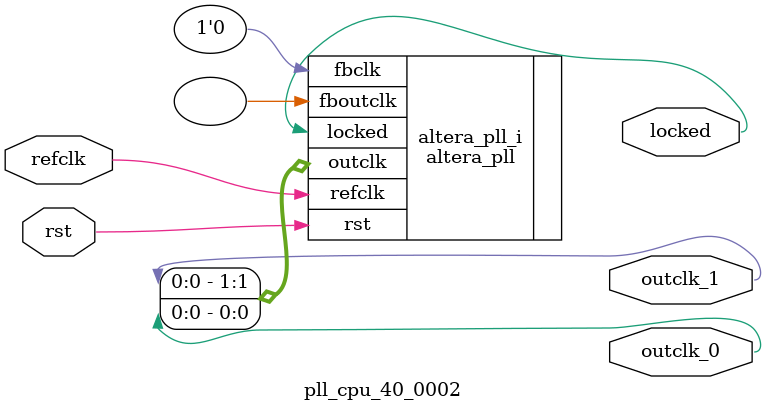
<source format=v>
`timescale 1ns/10ps
module  pll_cpu_40_0002(

	// interface 'refclk'
	input wire refclk,

	// interface 'reset'
	input wire rst,

	// interface 'outclk0'
	output wire outclk_0,

	// interface 'outclk1'
	output wire outclk_1,

	// interface 'locked'
	output wire locked
);

	altera_pll #(
		.fractional_vco_multiplier("false"),
		.reference_clock_frequency("50.0 MHz"),
		.operation_mode("direct"),
		.number_of_clocks(2),
		.output_clock_frequency0("40.000000 MHz"),
		.phase_shift0("12500 ps"),
		.duty_cycle0(40),
		.output_clock_frequency1("40.000000 MHz"),
		.phase_shift1("0 ps"),
		.duty_cycle1(40),
		.output_clock_frequency2("0 MHz"),
		.phase_shift2("0 ps"),
		.duty_cycle2(50),
		.output_clock_frequency3("0 MHz"),
		.phase_shift3("0 ps"),
		.duty_cycle3(50),
		.output_clock_frequency4("0 MHz"),
		.phase_shift4("0 ps"),
		.duty_cycle4(50),
		.output_clock_frequency5("0 MHz"),
		.phase_shift5("0 ps"),
		.duty_cycle5(50),
		.output_clock_frequency6("0 MHz"),
		.phase_shift6("0 ps"),
		.duty_cycle6(50),
		.output_clock_frequency7("0 MHz"),
		.phase_shift7("0 ps"),
		.duty_cycle7(50),
		.output_clock_frequency8("0 MHz"),
		.phase_shift8("0 ps"),
		.duty_cycle8(50),
		.output_clock_frequency9("0 MHz"),
		.phase_shift9("0 ps"),
		.duty_cycle9(50),
		.output_clock_frequency10("0 MHz"),
		.phase_shift10("0 ps"),
		.duty_cycle10(50),
		.output_clock_frequency11("0 MHz"),
		.phase_shift11("0 ps"),
		.duty_cycle11(50),
		.output_clock_frequency12("0 MHz"),
		.phase_shift12("0 ps"),
		.duty_cycle12(50),
		.output_clock_frequency13("0 MHz"),
		.phase_shift13("0 ps"),
		.duty_cycle13(50),
		.output_clock_frequency14("0 MHz"),
		.phase_shift14("0 ps"),
		.duty_cycle14(50),
		.output_clock_frequency15("0 MHz"),
		.phase_shift15("0 ps"),
		.duty_cycle15(50),
		.output_clock_frequency16("0 MHz"),
		.phase_shift16("0 ps"),
		.duty_cycle16(50),
		.output_clock_frequency17("0 MHz"),
		.phase_shift17("0 ps"),
		.duty_cycle17(50),
		.pll_type("General"),
		.pll_subtype("General")
	) altera_pll_i (
		.rst	(rst),
		.outclk	({outclk_1, outclk_0}),
		.locked	(locked),
		.fboutclk	( ),
		.fbclk	(1'b0),
		.refclk	(refclk)
	);
endmodule


</source>
